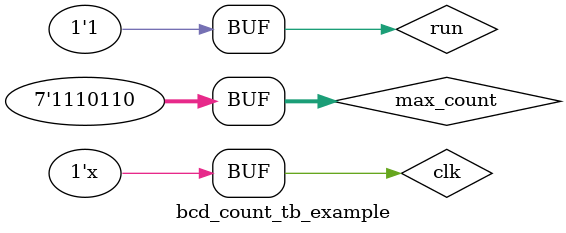
<source format=v>
module bcd_count_tb_example;
	
	// Inputs
	reg [6:0] max_count;
	reg clk, run;

	// Outputs
	wire [3:0] digit_1, digit_2;

	// UUT - BCD Counter
	bcd_count_7 uut(.max_count(max_count), .run(run), .clk(clk), .digit_1(digit_1), .digit_2(digit_2));

	// Clock Generator
	always begin
		clk = ~clk;
		#5;
	end
	
	// Simulation
	initial begin
		clk = 0;
		run = 0;
		max_count = 0;
		#100;
		// Set MAX to 73 while run=0
		max_count = 73;
		#10;
		// Wait, then set run to 1
		run = 1;
		#150;
		// Change MAX while run is 1 - should NOT affect the output;
		max_count = 15;
		#850;
		// At this time, the output should be 73. Reset it to zero and give it the new max by setting run to 0
		run = 0;
		#20
		// Count up to 15 by setting run to 1
		run = 1;
		#50;
		// Change max count to > 99
		max_count = 118;
		#500
		run=0;
		#20
		run=1;
		// Should count to 99 and stop
		// *** NOTE*** You will need to simulate 3us to see the entire waveform
	end
endmodule

</source>
